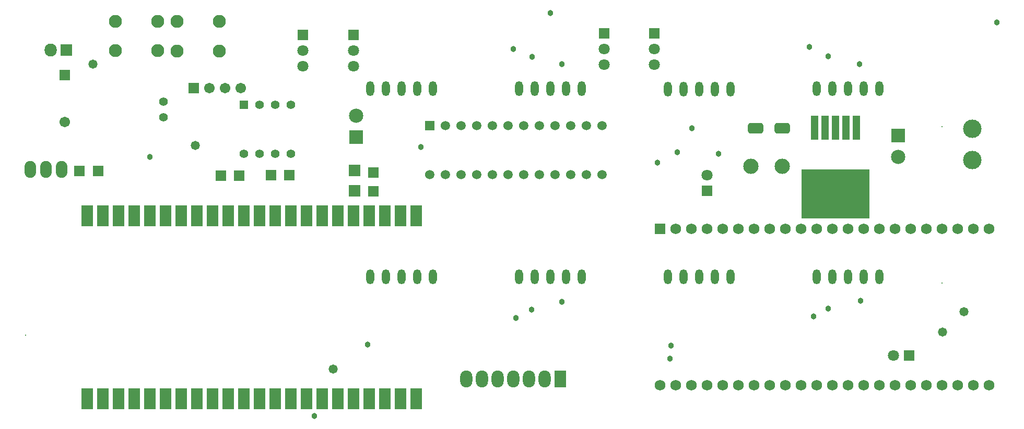
<source format=gbs>
G04*
G04 #@! TF.GenerationSoftware,Altium Limited,Altium Designer,21.9.2 (33)*
G04*
G04 Layer_Color=16711935*
%FSTAX24Y24*%
%MOIN*%
G70*
G04*
G04 #@! TF.SameCoordinates,7D792EBD-1CCB-4A66-8B02-D1F74A79ED49*
G04*
G04*
G04 #@! TF.FilePolarity,Negative*
G04*
G01*
G75*
%ADD16R,0.0710X0.0671*%
%ADD17R,0.0780X0.0780*%
%ADD18O,0.0780X0.0830*%
%ADD19R,0.0599X0.0599*%
%ADD20C,0.0599*%
%ADD21C,0.1180*%
%ADD22R,0.0907X0.0907*%
%ADD23C,0.0907*%
%ADD24C,0.0830*%
%ADD25R,0.0740X0.1370*%
%ADD26R,0.0780X0.1080*%
%ADD27O,0.0780X0.1080*%
%ADD28C,0.0682*%
%ADD29R,0.0682X0.0682*%
%ADD30C,0.0080*%
%ADD31C,0.0674*%
%ADD32R,0.0674X0.0674*%
%ADD33O,0.0516X0.0952*%
%ADD34C,0.0710*%
%ADD35R,0.0710X0.0710*%
%ADD36R,0.0671X0.0671*%
%ADD37C,0.0671*%
%ADD38R,0.0710X0.0710*%
%ADD39C,0.0560*%
%ADD40R,0.0556X0.0556*%
%ADD41C,0.0556*%
%ADD42C,0.0980*%
%ADD43O,0.0740X0.1080*%
%ADD44C,0.0380*%
%ADD45C,0.0580*%
G04:AMPARAMS|DCode=82|XSize=99.7mil|YSize=69mil|CornerRadius=19.3mil|HoleSize=0mil|Usage=FLASHONLY|Rotation=180.000|XOffset=0mil|YOffset=0mil|HoleType=Round|Shape=RoundedRectangle|*
%AMROUNDEDRECTD82*
21,1,0.0997,0.0305,0,0,180.0*
21,1,0.0612,0.0690,0,0,180.0*
1,1,0.0385,-0.0306,0.0153*
1,1,0.0385,0.0306,0.0153*
1,1,0.0385,0.0306,-0.0153*
1,1,0.0385,-0.0306,-0.0153*
%
%ADD82ROUNDEDRECTD82*%
%ADD83R,0.0749X0.0749*%
%ADD84R,0.4348X0.3182*%
%ADD85R,0.0470X0.1572*%
%ADD86R,0.0671X0.0710*%
D16*
X02975Y025241D02*
D03*
Y024059D02*
D03*
D17*
X01015Y0331D02*
D03*
D18*
X00915D02*
D03*
D19*
X03335Y02825D02*
D03*
D20*
X03435D02*
D03*
X03535D02*
D03*
X03635D02*
D03*
X03735D02*
D03*
X03835D02*
D03*
X03935D02*
D03*
X04035D02*
D03*
X04135D02*
D03*
X04235D02*
D03*
X04335D02*
D03*
X04435D02*
D03*
Y025124D02*
D03*
X04335D02*
D03*
X04235D02*
D03*
X04135D02*
D03*
X04035D02*
D03*
X03935D02*
D03*
X03835D02*
D03*
X03735D02*
D03*
X03635D02*
D03*
X03535D02*
D03*
X03435D02*
D03*
X03335D02*
D03*
D21*
X068Y02605D02*
D03*
Y02805D02*
D03*
D22*
X02865Y027511D02*
D03*
X06325Y027628D02*
D03*
D23*
X02865Y028889D02*
D03*
X06325Y02625D02*
D03*
D24*
X01329Y03305D02*
D03*
X016Y03493D02*
D03*
Y03305D02*
D03*
X01329Y03493D02*
D03*
X01722Y03303D02*
D03*
X01993Y03491D02*
D03*
Y03303D02*
D03*
X01722Y03491D02*
D03*
D25*
X0325Y0108D02*
D03*
X0115D02*
D03*
X0315D02*
D03*
X0305D02*
D03*
X0275D02*
D03*
X0285D02*
D03*
X0265D02*
D03*
X0255D02*
D03*
X0245D02*
D03*
X0295D02*
D03*
X0235D02*
D03*
X0225D02*
D03*
X0205D02*
D03*
X0215D02*
D03*
X0195D02*
D03*
X0185D02*
D03*
X0175D02*
D03*
X0165D02*
D03*
X0155D02*
D03*
X0125D02*
D03*
X0325Y0225D02*
D03*
X0115D02*
D03*
X0215D02*
D03*
X0195D02*
D03*
X0125D02*
D03*
X0175D02*
D03*
X0185D02*
D03*
X0145D02*
D03*
X0155D02*
D03*
X0165D02*
D03*
X0285D02*
D03*
X0275D02*
D03*
X0205D02*
D03*
X0255D02*
D03*
X0265D02*
D03*
X0225D02*
D03*
X0235D02*
D03*
X0245D02*
D03*
X0305D02*
D03*
X0295D02*
D03*
X0315D02*
D03*
X0135Y0108D02*
D03*
X0145D02*
D03*
X0135Y0225D02*
D03*
D26*
X0417Y01205D02*
D03*
D27*
X0407D02*
D03*
X0397D02*
D03*
X0387D02*
D03*
X0377D02*
D03*
X0367D02*
D03*
X0357D02*
D03*
D28*
X06905Y02165D02*
D03*
Y011666D02*
D03*
X06805Y02165D02*
D03*
X06705D02*
D03*
X06605D02*
D03*
X06505D02*
D03*
X06405D02*
D03*
X06305D02*
D03*
X06205D02*
D03*
X06105D02*
D03*
X06005D02*
D03*
X05905D02*
D03*
X05805D02*
D03*
X05705D02*
D03*
X05605D02*
D03*
X05505D02*
D03*
X05405D02*
D03*
X05305D02*
D03*
X05205D02*
D03*
X05105D02*
D03*
X05005D02*
D03*
X04905D02*
D03*
X06805Y011666D02*
D03*
X06705D02*
D03*
X06605D02*
D03*
X06505D02*
D03*
X06405D02*
D03*
X06305D02*
D03*
X06205D02*
D03*
X06105D02*
D03*
X06005D02*
D03*
X05905D02*
D03*
X05805D02*
D03*
X05705D02*
D03*
X05605D02*
D03*
X05505D02*
D03*
X05405D02*
D03*
X05305D02*
D03*
X05105D02*
D03*
X05005D02*
D03*
X04905D02*
D03*
X04805D02*
D03*
X05205D02*
D03*
D29*
X04805Y02165D02*
D03*
D30*
X00755Y01485D02*
D03*
D03*
D03*
D03*
X06605Y0182D02*
D03*
Y0282D02*
D03*
D31*
X0213Y030663D02*
D03*
X0203D02*
D03*
X0193D02*
D03*
D32*
X0183D02*
D03*
D33*
X03055Y0186D02*
D03*
X03155D02*
D03*
X03255D02*
D03*
X03355D02*
D03*
X033549Y030614D02*
D03*
X032549D02*
D03*
X031549D02*
D03*
X030549D02*
D03*
X029549D02*
D03*
X02955Y0186D02*
D03*
X04005D02*
D03*
X04105D02*
D03*
X04205D02*
D03*
X04305D02*
D03*
X043049Y030614D02*
D03*
X042049D02*
D03*
X041049D02*
D03*
X040049D02*
D03*
X039049D02*
D03*
X03905Y0186D02*
D03*
X05155Y0306D02*
D03*
X05055D02*
D03*
X04955D02*
D03*
X04855D02*
D03*
X048551Y018586D02*
D03*
X049551D02*
D03*
X050551D02*
D03*
X051551D02*
D03*
X052551D02*
D03*
X05255Y0306D02*
D03*
X06205Y030614D02*
D03*
X062051Y0186D02*
D03*
X061051D02*
D03*
X060051D02*
D03*
X059051D02*
D03*
X058051D02*
D03*
X05805Y030614D02*
D03*
X05905D02*
D03*
X06005D02*
D03*
X06105D02*
D03*
D34*
X06295Y01355D02*
D03*
X05105Y0251D02*
D03*
X02525Y03305D02*
D03*
Y03205D02*
D03*
X0285Y03305D02*
D03*
Y03205D02*
D03*
X0445Y03315D02*
D03*
Y03215D02*
D03*
X0477Y03315D02*
D03*
Y03215D02*
D03*
D35*
X06395Y01355D02*
D03*
D36*
X010055Y0315D02*
D03*
D37*
X01005Y0285D02*
D03*
D38*
X05105Y0241D02*
D03*
X02525Y03405D02*
D03*
X0285D02*
D03*
X0445Y03415D02*
D03*
X0477D02*
D03*
D39*
X01635Y0288D02*
D03*
Y0298D02*
D03*
D40*
X0215Y029576D02*
D03*
D41*
X0225D02*
D03*
X0235D02*
D03*
X0245D02*
D03*
Y02645D02*
D03*
X0235D02*
D03*
X0225D02*
D03*
X0215D02*
D03*
D42*
X05385Y02565D02*
D03*
X05585D02*
D03*
D43*
X00985Y02545D02*
D03*
X00885D02*
D03*
X00785D02*
D03*
D44*
X0576Y0333D02*
D03*
X06955Y03485D02*
D03*
X0518Y02645D02*
D03*
X026Y0097D02*
D03*
X0294Y01425D02*
D03*
X04105Y03545D02*
D03*
X04875Y0142D02*
D03*
X0487Y01335D02*
D03*
X0501Y0281D02*
D03*
X0328Y0269D02*
D03*
X0155Y02625D02*
D03*
X0479Y0259D02*
D03*
X04915Y02655D02*
D03*
X0588Y01655D02*
D03*
X06085Y01705D02*
D03*
X05785Y01605D02*
D03*
X0387Y03315D02*
D03*
X0399Y03265D02*
D03*
X0418Y0322D02*
D03*
X0588Y0327D02*
D03*
X0608Y0322D02*
D03*
X0418Y017D02*
D03*
X03985Y0165D02*
D03*
X03885Y01595D02*
D03*
D45*
X01185Y0322D02*
D03*
X0272Y0127D02*
D03*
X0184Y027D02*
D03*
X0661Y01505D02*
D03*
X06745Y01635D02*
D03*
D82*
X054159Y0281D02*
D03*
X055841D02*
D03*
D83*
X02855Y0241D02*
D03*
Y0254D02*
D03*
D84*
X05925Y023887D02*
D03*
D85*
X060589Y02812D02*
D03*
X059919D02*
D03*
X05925D02*
D03*
X058581D02*
D03*
X057911D02*
D03*
D86*
X021191Y02505D02*
D03*
X020009D02*
D03*
X023209Y0251D02*
D03*
X024391D02*
D03*
X011Y02535D02*
D03*
X012181D02*
D03*
M02*

</source>
